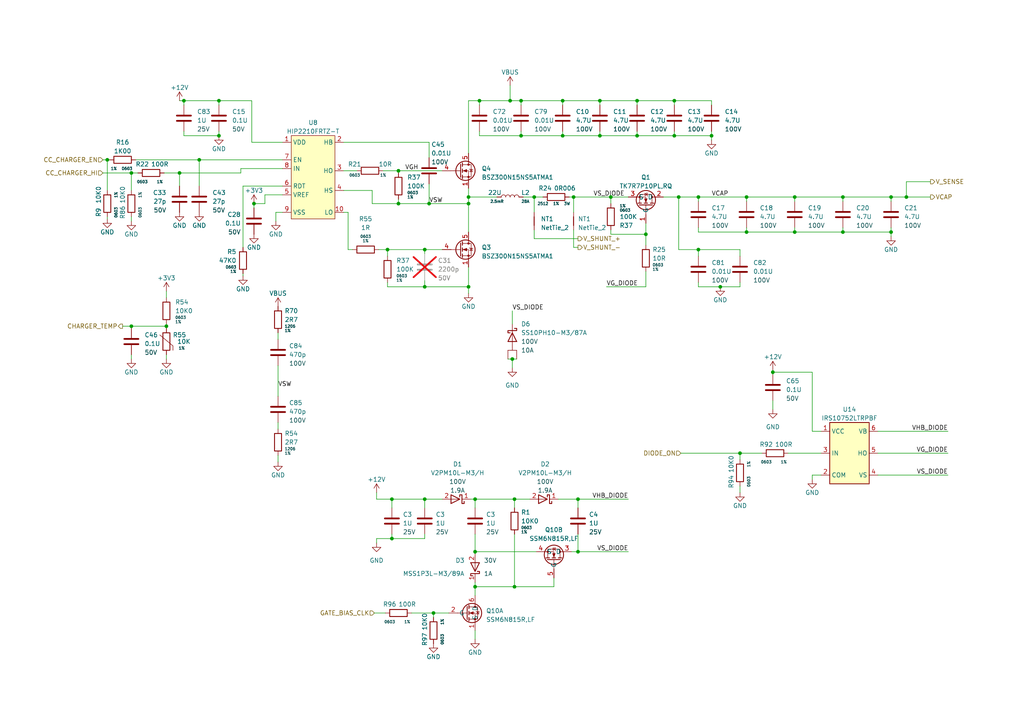
<source format=kicad_sch>
(kicad_sch (version 20230121) (generator eeschema)
  (paper "A4")
  (title_block (company "Rack Robotics, Inc.") (comment 1 "Engineering by DragonFly Power Systems") (comment 2 "Design by Rack Robotics, Inc."))
  (junction (at 167.64 144.78))
  (junction (at 177.165 57.15))
  (junction (at 151.13 29.21))
  (junction (at 163.195 39.37))
  (junction (at 195.58 29.21))
  (junction (at 173.99 29.21))
  (junction (at 214.63 131.445))
  (junction (at 163.195 29.21))
  (junction (at 31.115 46.355))
  (junction (at 244.475 57.15))
  (junction (at 137.795 144.78))
  (junction (at 184.785 29.21))
  (junction (at 135.89 57.15))
  (junction (at 73.66 59.055))
  (junction (at 63.5 29.21))
  (junction (at 167.64 160.02))
  (junction (at 139.065 29.21))
  (junction (at 195.58 39.37))
  (junction (at 149.225 144.78))
  (junction (at 154.94 57.15))
  (junction (at 258.445 67.31))
  (junction (at 52.07 50.165))
  (junction (at 196.85 57.15))
  (junction (at 38.1 94.615))
  (junction (at 57.785 46.355))
  (junction (at 147.955 29.21))
  (junction (at 262.89 57.15))
  (junction (at 48.26 94.615))
  (junction (at 38.1 50.165))
  (junction (at 53.34 29.21))
  (junction (at 206.375 39.37))
  (junction (at 184.785 39.37))
  (junction (at 124.46 59.055))
  (junction (at 187.325 67.945))
  (junction (at 216.535 67.31))
  (junction (at 123.19 83.185))
  (junction (at 202.565 72.39))
  (junction (at 115.57 59.055))
  (junction (at 115.57 49.53))
  (junction (at 230.505 57.15))
  (junction (at 137.795 160.02))
  (junction (at 137.795 170.18))
  (junction (at 123.19 72.39))
  (junction (at 125.73 177.8))
  (junction (at 63.5 39.37))
  (junction (at 230.505 67.31))
  (junction (at 208.915 83.185))
  (junction (at 166.37 57.15))
  (junction (at 113.665 144.78))
  (junction (at 224.155 107.95))
  (junction (at 151.13 39.37))
  (junction (at 216.535 57.15))
  (junction (at 149.225 170.18))
  (junction (at 173.99 39.37))
  (junction (at 112.395 72.39))
  (junction (at 244.475 67.31))
  (junction (at 135.89 59.055))
  (junction (at 123.19 144.78))
  (junction (at 135.89 83.185))
  (junction (at 258.445 57.15))
  (junction (at 202.565 57.15))
  (junction (at 113.665 156.21))
  (junction (at 148.59 104.14))
  (wire (pts (xy 244.475 66.04) (xy 244.475 67.31)))
  (wire (pts (xy 80.645 132.08) (xy 80.645 133.985)))
  (wire (pts (xy 202.565 57.15) (xy 202.565 58.42)))
  (wire (pts (xy 151.13 39.37) (xy 163.195 39.37)))
  (wire (pts (xy 151.13 29.21) (xy 151.13 30.48)))
  (wire (pts (xy 224.155 107.95) (xy 235.585 107.95)))
  (wire (pts (xy 258.445 57.15) (xy 262.89 57.15)))
  (wire (pts (xy 244.475 57.15) (xy 244.475 58.42)))
  (wire (pts (xy 254.635 125.095) (xy 274.955 125.095)))
  (wire (pts (xy 137.795 168.91) (xy 137.795 170.18)))
  (wire (pts (xy 100.965 61.595) (xy 100.965 72.39)))
  (wire (pts (xy 202.565 57.15) (xy 216.535 57.15)))
  (wire (pts (xy 31.115 46.355) (xy 31.75 46.355)))
  (wire (pts (xy 167.64 160.02) (xy 182.245 160.02)))
  (wire (pts (xy 139.065 29.21) (xy 139.065 30.48)))
  (wire (pts (xy 258.445 67.31) (xy 258.445 68.58)))
  (wire (pts (xy 196.85 72.39) (xy 202.565 72.39)))
  (wire (pts (xy 160.655 167.64) (xy 160.655 170.18)))
  (wire (pts (xy 80.645 122.555) (xy 80.645 124.46)))
  (wire (pts (xy 187.325 67.945) (xy 187.325 71.12)))
  (wire (pts (xy 149.225 144.78) (xy 149.225 147.32)))
  (wire (pts (xy 137.795 160.02) (xy 155.575 160.02)))
  (wire (pts (xy 262.89 52.705) (xy 262.89 57.15)))
  (wire (pts (xy 197.485 131.445) (xy 214.63 131.445)))
  (wire (pts (xy 137.795 154.94) (xy 137.795 160.02)))
  (wire (pts (xy 109.22 156.21) (xy 113.665 156.21)))
  (wire (pts (xy 69.85 48.895) (xy 69.85 50.165)))
  (wire (pts (xy 149.225 154.94) (xy 149.225 170.18)))
  (wire (pts (xy 166.37 57.15) (xy 166.37 61.595)))
  (wire (pts (xy 112.395 72.39) (xy 123.19 72.39)))
  (wire (pts (xy 123.19 72.39) (xy 128.27 72.39)))
  (wire (pts (xy 99.695 55.245) (xy 107.95 55.245)))
  (wire (pts (xy 73.025 41.275) (xy 81.915 41.275)))
  (wire (pts (xy 135.89 54.61) (xy 135.89 57.15)))
  (wire (pts (xy 206.375 38.1) (xy 206.375 39.37)))
  (wire (pts (xy 109.855 72.39) (xy 112.395 72.39)))
  (wire (pts (xy 135.89 83.185) (xy 135.89 85.09)))
  (wire (pts (xy 230.505 57.15) (xy 230.505 58.42)))
  (wire (pts (xy 81.915 53.975) (xy 70.485 53.975)))
  (wire (pts (xy 147.955 29.21) (xy 151.13 29.21)))
  (wire (pts (xy 195.58 29.21) (xy 206.375 29.21)))
  (wire (pts (xy 53.34 39.37) (xy 63.5 39.37)))
  (wire (pts (xy 163.195 29.21) (xy 163.195 30.48)))
  (wire (pts (xy 187.325 83.185) (xy 187.325 78.74)))
  (wire (pts (xy 80.645 96.52) (xy 80.645 98.425)))
  (wire (pts (xy 195.58 29.21) (xy 195.58 30.48)))
  (wire (pts (xy 230.505 66.04) (xy 230.505 67.31)))
  (wire (pts (xy 57.785 46.355) (xy 81.915 46.355)))
  (wire (pts (xy 163.195 38.1) (xy 163.195 39.37)))
  (wire (pts (xy 113.665 154.94) (xy 113.665 156.21)))
  (wire (pts (xy 216.535 57.15) (xy 230.505 57.15)))
  (wire (pts (xy 73.66 59.055) (xy 73.66 60.325)))
  (wire (pts (xy 113.665 156.21) (xy 123.19 156.21)))
  (wire (pts (xy 76.835 59.055) (xy 73.66 59.055)))
  (wire (pts (xy 107.95 59.055) (xy 115.57 59.055)))
  (wire (pts (xy 254.635 131.445) (xy 274.955 131.445)))
  (wire (pts (xy 148.59 104.14) (xy 149.86 104.14)))
  (wire (pts (xy 167.64 144.78) (xy 182.245 144.78)))
  (wire (pts (xy 160.655 170.18) (xy 149.225 170.18)))
  (wire (pts (xy 208.915 83.185) (xy 202.565 83.185)))
  (wire (pts (xy 184.785 38.1) (xy 184.785 39.37)))
  (wire (pts (xy 112.395 72.39) (xy 112.395 74.295)))
  (wire (pts (xy 216.535 67.31) (xy 230.505 67.31)))
  (wire (pts (xy 195.58 39.37) (xy 206.375 39.37)))
  (wire (pts (xy 154.94 69.215) (xy 167.64 69.215)))
  (wire (pts (xy 228.6 131.445) (xy 238.125 131.445)))
  (wire (pts (xy 149.225 170.18) (xy 137.795 170.18)))
  (wire (pts (xy 112.395 81.915) (xy 112.395 83.185)))
  (wire (pts (xy 70.485 53.975) (xy 70.485 71.755)))
  (wire (pts (xy 100.965 72.39) (xy 102.235 72.39)))
  (wire (pts (xy 177.165 57.15) (xy 182.245 57.15)))
  (wire (pts (xy 63.5 29.21) (xy 63.5 30.48)))
  (wire (pts (xy 38.1 102.87) (xy 38.1 104.14)))
  (wire (pts (xy 111.125 49.53) (xy 115.57 49.53)))
  (wire (pts (xy 123.19 83.185) (xy 135.89 83.185)))
  (wire (pts (xy 147.32 104.14) (xy 148.59 104.14)))
  (wire (pts (xy 80.01 61.595) (xy 81.915 61.595)))
  (wire (pts (xy 52.07 50.165) (xy 69.85 50.165)))
  (wire (pts (xy 135.89 59.055) (xy 135.89 67.31)))
  (wire (pts (xy 216.535 66.04) (xy 216.535 67.31)))
  (wire (pts (xy 196.85 57.15) (xy 202.565 57.15)))
  (wire (pts (xy 135.89 77.47) (xy 135.89 83.185)))
  (wire (pts (xy 57.785 46.355) (xy 57.785 53.975)))
  (wire (pts (xy 47.625 50.165) (xy 52.07 50.165)))
  (wire (pts (xy 151.13 38.1) (xy 151.13 39.37)))
  (wire (pts (xy 165.735 160.02) (xy 167.64 160.02)))
  (wire (pts (xy 113.665 144.78) (xy 123.19 144.78)))
  (wire (pts (xy 70.485 79.375) (xy 70.485 80.01)))
  (wire (pts (xy 81.915 56.515) (xy 76.835 56.515)))
  (wire (pts (xy 214.63 131.445) (xy 220.98 131.445)))
  (wire (pts (xy 80.01 61.595) (xy 80.01 64.135)))
  (wire (pts (xy 109.22 142.875) (xy 109.22 144.78)))
  (wire (pts (xy 112.395 83.185) (xy 123.19 83.185)))
  (wire (pts (xy 166.37 57.15) (xy 177.165 57.15)))
  (wire (pts (xy 81.915 48.895) (xy 69.85 48.895)))
  (wire (pts (xy 139.065 38.1) (xy 139.065 39.37)))
  (wire (pts (xy 48.26 102.87) (xy 48.26 104.14)))
  (wire (pts (xy 161.925 144.78) (xy 167.64 144.78)))
  (wire (pts (xy 137.795 160.02) (xy 137.795 160.655)))
  (wire (pts (xy 113.665 144.78) (xy 113.665 147.32)))
  (wire (pts (xy 39.37 46.355) (xy 57.785 46.355)))
  (wire (pts (xy 196.85 57.15) (xy 196.85 72.39)))
  (wire (pts (xy 202.565 74.295) (xy 202.565 72.39)))
  (wire (pts (xy 262.89 57.15) (xy 269.875 57.15)))
  (wire (pts (xy 147.955 24.765) (xy 147.955 29.21)))
  (wire (pts (xy 109.22 144.78) (xy 113.665 144.78)))
  (wire (pts (xy 202.565 81.915) (xy 202.565 83.185)))
  (wire (pts (xy 235.585 137.795) (xy 238.125 137.795)))
  (wire (pts (xy 125.73 177.8) (xy 130.175 177.8)))
  (wire (pts (xy 166.37 71.755) (xy 167.64 71.755)))
  (wire (pts (xy 262.89 52.705) (xy 269.875 52.705)))
  (wire (pts (xy 244.475 57.15) (xy 258.445 57.15)))
  (wire (pts (xy 177.165 59.055) (xy 177.165 57.15)))
  (wire (pts (xy 108.585 177.8) (xy 111.76 177.8)))
  (wire (pts (xy 123.19 154.94) (xy 123.19 156.21)))
  (wire (pts (xy 107.95 55.245) (xy 107.95 59.055)))
  (wire (pts (xy 109.22 156.21) (xy 109.22 157.48)))
  (wire (pts (xy 163.195 29.21) (xy 173.99 29.21)))
  (wire (pts (xy 165.1 57.15) (xy 166.37 57.15)))
  (wire (pts (xy 235.585 125.095) (xy 238.125 125.095)))
  (wire (pts (xy 52.07 29.21) (xy 53.34 29.21)))
  (wire (pts (xy 115.57 49.53) (xy 128.27 49.53)))
  (wire (pts (xy 148.59 104.14) (xy 148.59 106.68)))
  (wire (pts (xy 173.99 39.37) (xy 184.785 39.37)))
  (wire (pts (xy 151.13 29.21) (xy 163.195 29.21)))
  (wire (pts (xy 123.19 144.78) (xy 123.19 147.32)))
  (wire (pts (xy 35.56 94.615) (xy 38.1 94.615)))
  (wire (pts (xy 99.695 61.595) (xy 100.965 61.595)))
  (wire (pts (xy 184.785 39.37) (xy 195.58 39.37)))
  (wire (pts (xy 135.89 29.21) (xy 139.065 29.21)))
  (wire (pts (xy 136.525 144.78) (xy 137.795 144.78)))
  (wire (pts (xy 123.19 72.39) (xy 123.19 73.66)))
  (wire (pts (xy 167.64 160.02) (xy 167.64 154.94)))
  (wire (pts (xy 115.57 57.785) (xy 115.57 59.055)))
  (wire (pts (xy 173.99 29.21) (xy 184.785 29.21)))
  (wire (pts (xy 230.505 57.15) (xy 244.475 57.15)))
  (wire (pts (xy 135.89 29.21) (xy 135.89 44.45)))
  (wire (pts (xy 80.645 106.045) (xy 80.645 114.935)))
  (wire (pts (xy 99.695 49.53) (xy 103.505 49.53)))
  (wire (pts (xy 38.1 50.165) (xy 40.005 50.165)))
  (wire (pts (xy 149.225 144.78) (xy 153.67 144.78)))
  (wire (pts (xy 53.34 38.1) (xy 53.34 39.37)))
  (wire (pts (xy 52.07 50.165) (xy 52.07 53.975)))
  (wire (pts (xy 38.1 62.865) (xy 38.1 64.135)))
  (wire (pts (xy 258.445 66.04) (xy 258.445 67.31)))
  (wire (pts (xy 202.565 67.31) (xy 216.535 67.31)))
  (wire (pts (xy 224.155 107.95) (xy 224.155 108.585)))
  (wire (pts (xy 214.63 83.185) (xy 208.915 83.185)))
  (wire (pts (xy 73.025 29.21) (xy 73.025 41.275)))
  (wire (pts (xy 214.63 131.445) (xy 214.63 133.35)))
  (wire (pts (xy 214.63 81.915) (xy 214.63 83.185)))
  (wire (pts (xy 184.785 29.21) (xy 184.785 30.48)))
  (wire (pts (xy 235.585 137.795) (xy 235.585 139.065)))
  (wire (pts (xy 53.34 29.21) (xy 63.5 29.21)))
  (wire (pts (xy 163.195 39.37) (xy 173.99 39.37)))
  (wire (pts (xy 99.695 41.275) (xy 124.46 41.275)))
  (wire (pts (xy 224.155 107.315) (xy 224.155 107.95)))
  (wire (pts (xy 202.565 72.39) (xy 214.63 72.39)))
  (wire (pts (xy 216.535 57.15) (xy 216.535 58.42)))
  (wire (pts (xy 235.585 107.95) (xy 235.585 125.095)))
  (wire (pts (xy 124.46 59.055) (xy 135.89 59.055)))
  (wire (pts (xy 214.63 72.39) (xy 214.63 74.295)))
  (wire (pts (xy 195.58 38.1) (xy 195.58 39.37)))
  (wire (pts (xy 38.1 94.615) (xy 48.26 94.615)))
  (wire (pts (xy 119.38 177.8) (xy 125.73 177.8)))
  (wire (pts (xy 139.065 29.21) (xy 147.955 29.21)))
  (wire (pts (xy 230.505 67.31) (xy 244.475 67.31)))
  (wire (pts (xy 31.115 46.355) (xy 31.115 55.245)))
  (wire (pts (xy 139.065 39.37) (xy 151.13 39.37)))
  (wire (pts (xy 173.99 29.21) (xy 173.99 30.48)))
  (wire (pts (xy 154.94 57.15) (xy 154.94 61.595)))
  (wire (pts (xy 115.57 49.53) (xy 115.57 50.165)))
  (wire (pts (xy 38.1 95.25) (xy 38.1 94.615)))
  (wire (pts (xy 115.57 59.055) (xy 124.46 59.055)))
  (wire (pts (xy 175.895 83.185) (xy 187.325 83.185)))
  (wire (pts (xy 258.445 57.15) (xy 258.445 58.42)))
  (wire (pts (xy 224.155 116.205) (xy 224.155 118.745)))
  (wire (pts (xy 48.26 84.455) (xy 48.26 86.36)))
  (wire (pts (xy 76.835 56.515) (xy 76.835 59.055)))
  (wire (pts (xy 123.19 144.78) (xy 128.27 144.78)))
  (wire (pts (xy 31.115 62.865) (xy 31.115 63.5)))
  (wire (pts (xy 177.165 67.945) (xy 187.325 67.945)))
  (wire (pts (xy 244.475 67.31) (xy 258.445 67.31)))
  (wire (pts (xy 148.59 90.17) (xy 148.59 93.98)))
  (wire (pts (xy 135.89 57.15) (xy 144.145 57.15)))
  (wire (pts (xy 124.46 53.34) (xy 124.46 59.055)))
  (wire (pts (xy 166.37 66.675) (xy 166.37 71.755)))
  (wire (pts (xy 154.94 57.15) (xy 157.48 57.15)))
  (wire (pts (xy 63.5 29.21) (xy 73.025 29.21)))
  (wire (pts (xy 184.785 29.21) (xy 195.58 29.21)))
  (wire (pts (xy 124.46 41.275) (xy 124.46 45.72)))
  (wire (pts (xy 53.34 29.21) (xy 53.34 30.48)))
  (wire (pts (xy 29.845 46.355) (xy 31.115 46.355)))
  (wire (pts (xy 137.795 144.78) (xy 137.795 147.32)))
  (wire (pts (xy 123.19 81.28) (xy 123.19 83.185)))
  (wire (pts (xy 154.94 66.675) (xy 154.94 69.215)))
  (wire (pts (xy 202.565 66.04) (xy 202.565 67.31)))
  (wire (pts (xy 125.73 177.8) (xy 125.73 179.07)))
  (wire (pts (xy 48.26 93.98) (xy 48.26 94.615)))
  (wire (pts (xy 173.99 38.1) (xy 173.99 39.37)))
  (wire (pts (xy 137.795 182.88) (xy 137.795 185.42)))
  (wire (pts (xy 48.26 94.615) (xy 48.26 95.25)))
  (wire (pts (xy 137.795 170.18) (xy 137.795 172.72)))
  (wire (pts (xy 151.765 57.15) (xy 154.94 57.15)))
  (wire (pts (xy 38.1 50.165) (xy 38.1 55.245)))
  (wire (pts (xy 137.795 144.78) (xy 149.225 144.78)))
  (wire (pts (xy 167.64 144.78) (xy 167.64 147.32)))
  (wire (pts (xy 214.63 140.97) (xy 214.63 142.875)))
  (wire (pts (xy 177.165 67.945) (xy 177.165 66.675)))
  (wire (pts (xy 254.635 137.795) (xy 274.955 137.795)))
  (wire (pts (xy 187.325 64.77) (xy 187.325 67.945)))
  (wire (pts (xy 29.845 50.165) (xy 38.1 50.165)))
  (wire (pts (xy 192.405 57.15) (xy 196.85 57.15)))
  (wire (pts (xy 206.375 29.21) (xy 206.375 30.48)))
  (wire (pts (xy 135.89 57.15) (xy 135.89 59.055)))
  (wire (pts (xy 206.375 39.37) (xy 206.375 40.64)))
  (wire (pts (xy 63.5 38.1) (xy 63.5 39.37)))
  (label "VHB_DIODE" (at 274.955 125.095 180))
  (label "VS_DIODE" (at 172.085 57.15 0))
  (label "VSW" (at 124.46 59.055 0))
  (label "VHB_DIODE" (at 182.245 144.78 180))
  (label "VS_DIODE" (at 182.245 160.02 180))
  (label "VS_DIODE" (at 148.59 90.17 0))
  (label "VCAP" (at 206.375 57.15 0))
  (label "VS_DIODE" (at 274.955 137.795 180))
  (label "VGH" (at 117.475 49.53 0))
  (label "VSW" (at 80.645 112.395 0))
  (label "VG_DIODE" (at 274.955 131.445 180))
  (label "VG_DIODE" (at 175.895 83.185 0))
  (hierarchical_label "CHARGER_TEMP" (shape output) (at 35.56 94.615 180))
  (hierarchical_label "CC_CHARGER_HI" (shape input) (at 29.845 50.165 180))
  (hierarchical_label "V_SHUNT_-" (shape output) (at 167.64 71.755 0))
  (hierarchical_label "V_SENSE" (shape output) (at 269.875 52.705 0))
  (hierarchical_label "GATE_BIAS_CLK" (shape input) (at 108.585 177.8 180))
  (hierarchical_label "V_SHUNT_+" (shape output) (at 167.64 69.215 0))
  (hierarchical_label "DIODE_ON" (shape input) (at 197.485 131.445 180))
  (hierarchical_label "CC_CHARGER_EN" (shape input) (at 29.845 46.355 180))
  (hierarchical_label "VCAP" (shape output) (at 269.875 57.15 0))
  (symbol (lib_id "0603_RES:100R") (at 224.79 131.445 90) (unit 1)
    (property "Reference" "R92" (at 222.25 128.905 90))
    (property "Value" "100R" (at 227.33 128.905 90))
    (property "Footprint" "Resistor_SMD:R_0603_1608Metric" (effects hide))
    (property "Datasheet" "https://www.seielect.com/Catalog/SEI-RMCF_RMCP.pdf" (effects hide))
    (property "Package Size" "0603" (at 222.25 133.985 90) (effects (font (size 0.8 0.8))))
    (property "Tolerance" "1%" (at 227.33 133.985 90) (effects (font (size 0.8 0.8))))
    (property "Part Number" "RMCF0603FT100R" (effects hide))
    (property "Manufacturer" "Stackpole" (effects hide))
  )
  (symbol (lib_id "0603_CAP:1U_25V") (at 137.795 151.13 0) (unit 1)
    (property "Reference" "C3" (at 140.97 149.225 0) (effects (justify left)))
    (property "Value" "1U" (at 140.97 151.765 0) (effects (justify left)))
    (property "Footprint" "Capacitor_SMD:C_0603_1608Metric" (effects hide))
    (property "Datasheet" "https://media.digikey.com/pdf/Data%20Sheets/Samsung%20PDFs/CL10B104KB8NNWC_Spec.pdf" (effects hide))
    (property "Volage Rating" "25V" (at 140.97 154.305 0) (effects (justify left)))
    (property "Part Number" "CL10B105KA8NNNC" (effects hide))
    (property "Manufacturer" "Samsung" (effects hide))
    (instances (project "Gate_Bias" (path "" (reference "C3") (unit 1))) (project "POWERCORE-V2.0_MOTHERBOARD" (path "" (reference "C63") (unit 1))))
  )
  (symbol (lib_id "power:+12V") (at 52.07 29.21 0) (unit 1)
    (property "Reference" "#PWR02" (effects hide))
    (property "Value" "+12V" (at 52.07 25.4 0))
    (instances (project "POWERCORE-V2.0_MOTHERBOARD" (path "" (reference "#PWR02") (unit 1)) (path "" (reference "#PWR029") (unit 1))))
  )
  (symbol (lib_id "Gate Drivers:HIP2210FRTZ-T") (at 84.455 39.37 0) (unit 1)
    (property "Reference" "U8" (at 90.805 35.56 0))
    (property "Value" "HIP2210FRTZ-T" (at 90.805 38.1 0))
    (property "Footprint" "TDFN:TDFN-10_EP_2.6x3.0mm_P0.8mm" (effects hide))
    (property "Datasheet" "https://www.renesas.com/en/document/dst/hip2210-hip2211-datasheet?r=1320376" (effects hide))
    (property "Manufacturer" "Renesas" (effects hide))
    (property "Part Number" "HIP2210FRTZ-T" (effects hide))
  )
  (symbol (lib_id "SCHOTTKY_DIODES:V2PM10L-M3/H") (at 158.115 144.78 180) (unit 1)
    (property "Reference" "D2" (at 158.115 134.62 0))
    (property "Value" "V2PM10L-M3/H" (at 158.115 137.16 0))
    (property "Footprint" "DIODES:DO-220AA (SMP)" (effects hide))
    (property "Datasheet" "https://www.vishay.com/docs/87463/v2pm10l.pdf" (effects hide))
    (property "Manufacturer" "VISHAY" (effects hide))
    (property "Part Number" "V2PM10L-M3/H" (effects hide))
    (property "Voltage" "100V" (at 158.115 139.7 0))
    (property "Current" "1.9A" (at 158.115 142.24 0))
    (instances (project "Gate_Bias" (path "" (reference "D2") (unit 1))) (project "POWERCORE-V2.0_MOTHERBOARD" (path "" (reference "D4") (unit 1))))
  )
  (symbol (lib_id "1206_CAP:4.7U_100V") (at 258.445 62.23 0) (unit 1)
    (property "Reference" "C21" (at 262.255 60.325 0) (effects (justify left)))
    (property "Value" "4.7U" (at 262.255 62.865 0) (effects (justify left)))
    (property "Footprint" "Capacitor_SMD:C_1206_3216Metric" (effects hide))
    (property "Datasheet" "https://search.murata.co.jp/Ceramy/image/img/A01X/G101/ENG/GRM31CC72A475KE11-01A.pdf" (effects hide))
    (property "Dielectric" "X7S" (effects hide))
    (property "Voltage Rating" "100V" (at 262.255 65.405 0) (effects (justify left)))
    (property "Part Number" "GRM31CC72A475KE11L" (effects hide))
    (property "Manufacturer" "Murata" (effects hide))
  )
  (symbol (lib_id "POWER_FETs:BSZ300N15NS5ATMA1") (at 135.89 49.53 0) (unit 1)
    (property "Reference" "Q4" (at 139.7 48.895 0) (effects (justify left)))
    (property "Value" "BSZ300N15NS5ATMA1" (at 139.7 51.435 0) (effects (justify left)))
    (property "Footprint" "DFN_QFN:INFINEON_TSDSON-8-25" (effects hide))
    (property "Datasheet" "https://www.infineon.com/dgdl/Infineon-BSZ300N15NS5-DS-v02_01-EN.pdf?fileId=5546d462617643590161992b1642177e" (effects hide))
    (property "Manufacturer" "INFINEON" (effects hide))
    (property "Part Number" "BSZ300N15NS5ATMA1" (effects hide))
  )
  (symbol (lib_id "power:GND") (at 52.07 61.595 0) (unit 1)
    (property "Reference" "#PWR0138" (effects hide))
    (property "Value" "GND" (at 52.07 65.405 0))
  )
  (symbol (lib_id "0603_CAP:0.01U_100V") (at 139.065 34.29 0) (unit 1)
    (property "Reference" "C72" (at 142.875 32.385 0) (effects (justify left)))
    (property "Value" "0.01U" (at 142.875 34.925 0) (effects (justify left)))
    (property "Footprint" "Capacitor_SMD:C_0603_1608Metric" (effects hide))
    (property "Datasheet" "https://media.digikey.com/pdf/Data%20Sheets/Samsung%20PDFs/CL10B104KB8NNWC_Spec.pdf" (effects hide))
    (property "Volage Rating" "100V" (at 142.875 37.465 0) (effects (justify left)))
    (property "Part Number" "CL10B103KC8NNNC" (effects hide))
    (property "Manufacturer" "Samsung" (effects hide))
  )
  (symbol (lib_id "1206_CAP:4.7U_100V") (at 206.375 34.29 0) (unit 1)
    (property "Reference" "C14" (at 210.185 32.385 0) (effects (justify left)))
    (property "Value" "4.7U" (at 210.185 34.925 0) (effects (justify left)))
    (property "Footprint" "Capacitor_SMD:C_1206_3216Metric" (effects hide))
    (property "Datasheet" "https://search.murata.co.jp/Ceramy/image/img/A01X/G101/ENG/GRM31CC72A475KE11-01A.pdf" (effects hide))
    (property "Dielectric" "X7S" (effects hide))
    (property "Voltage Rating" "100V" (at 210.185 37.465 0) (effects (justify left)))
    (property "Part Number" "GRM31CC72A475KE11L" (effects hide))
    (property "Manufacturer" "Murata" (effects hide))
  )
  (symbol (lib_id "0603_RES:10K0") (at 149.225 151.13 0) (unit 1)
    (property "Reference" "R1" (at 151.13 148.59 0) (effects (justify left)))
    (property "Value" "10K0" (at 151.13 151.13 0) (effects (justify left)))
    (property "Footprint" "Resistor_SMD:R_0603_1608Metric" (effects hide))
    (property "Datasheet" "https://www.seielect.com/Catalog/SEI-RMCF_RMCP.pdf" (effects hide))
    (property "Package Size" "0603" (at 151.13 153.035 0) (effects (font (size 0.8 0.8)) (justify left)))
    (property "Tolerance" "1%" (at 151.13 154.305 0) (effects (font (size 0.8 0.8)) (justify left)))
    (property "Part Number" "RMCF0603FT10K0" (effects hide))
    (property "Manufacturer" "Stackpole" (effects hide))
    (instances (project "Gate_Bias" (path "" (reference "R1") (unit 1))) (project "POWERCORE-V2.0_MOTHERBOARD" (path "" (reference "R90") (unit 1))))
  )
  (symbol (lib_id "0603_RES:100k") (at 115.57 53.975 0) (unit 1)
    (property "Reference" "R37" (at 118.11 51.435 0) (effects (justify left)))
    (property "Value" "100K" (at 118.11 53.975 0) (effects (justify left)))
    (property "Footprint" "Resistor_SMD:R_0603_1608Metric" (effects hide))
    (property "Datasheet" "https://www.seielect.com/Catalog/SEI-RMCF_RMCP.pdf" (effects hide))
    (property "Package Size" "0603" (at 118.11 55.88 0) (effects (font (size 0.8 0.8)) (justify left)))
    (property "Tolerance" "1%" (at 118.11 57.15 0) (effects (font (size 0.8 0.8)) (justify left)))
    (property "Part Number" "RMCF0603FT100K" (effects hide))
    (property "Manufacturer" "Stackpole" (effects hide))
    (instances (project "POWERCORE-V2.0_MOTHERBOARD" (path "" (reference "R37") (unit 1)) (path "" (reference "R51") (unit 1)) (path "" (reference "R23") (unit 1))))
  )
  (symbol (lib_id "Device:NetTie_2") (at 154.94 64.135 270) (unit 1) (in_bom no)
    (property "Reference" "NT1" (at 156.845 63.5 90) (effects (justify left)))
    (property "Value" "NetTie_2" (at 156.845 66.04 90) (effects (justify left)))
    (property "Footprint" "NET_TIES:NET_TIE_SMD_10mil" (effects hide))
    (instances (project "POWERCORE-V2.0_MOTHERBOARD" (path "" (reference "NT1") (unit 1)) (path "" (reference "NT5") (unit 1))))
  )
  (symbol (lib_id "power:+12V") (at 109.22 142.875 0) (unit 1)
    (property "Reference" "#PWR01" (effects hide))
    (property "Value" "+12V" (at 109.22 139.065 0))
    (instances (project "Gate_Bias" (path "" (reference "#PWR01") (unit 1))) (project "POWERCORE-V2.0_MOTHERBOARD" (path "" (reference "#PWR032") (unit 1))))
  )
  (symbol (lib_id "power:GND") (at 63.5 39.37 0) (unit 1)
    (property "Reference" "#PWR01" (effects hide))
    (property "Value" "GND" (at 63.5 43.18 0))
    (instances (project "POWERCORE-V2.0_MOTHERBOARD" (path "" (reference "#PWR01") (unit 1)) (path "" (reference "#PWR031") (unit 1))))
  )
  (symbol (lib_id "power:+12V") (at 224.155 107.315 0) (unit 1)
    (property "Reference" "#PWR02" (effects hide))
    (property "Value" "+12V" (at 224.155 103.505 0))
    (instances (project "POWERCORE-V2.0_MOTHERBOARD" (path "" (reference "#PWR02") (unit 1)) (path "" (reference "#PWR0115") (unit 1))))
  )
  (symbol (lib_id "power:GND") (at 258.445 68.58 0) (unit 1)
    (property "Reference" "#PWR034" (effects hide))
    (property "Value" "GND" (at 258.445 72.39 0))
  )
  (symbol (lib_id "0603_RES:100k") (at 177.165 62.865 0) (mirror x) (unit 1)
    (property "Reference" "R37" (at 179.705 65.405 0) (effects (justify left)))
    (property "Value" "100K" (at 179.705 62.865 0) (effects (justify left)))
    (property "Footprint" "Resistor_SMD:R_0603_1608Metric" (effects hide))
    (property "Datasheet" "https://www.seielect.com/Catalog/SEI-RMCF_RMCP.pdf" (effects hide))
    (property "Package Size" "0603" (at 179.705 60.96 0) (effects (font (size 0.8 0.8)) (justify left)))
    (property "Tolerance" "1%" (at 179.705 59.69 0) (effects (font (size 0.8 0.8)) (justify left)))
    (property "Part Number" "RMCF0603FT100K" (effects hide))
    (property "Manufacturer" "Stackpole" (effects hide))
    (instances (project "POWERCORE-V2.0_MOTHERBOARD" (path "" (reference "R37") (unit 1)) (path "" (reference "R51") (unit 1)) (path "" (reference "R89") (unit 1))))
  )
  (symbol (lib_id "power:GND") (at 125.73 186.69 0) (unit 1)
    (property "Reference" "#PWR02" (effects hide))
    (property "Value" "GND" (at 125.73 190.5 0))
    (instances (project "Gate_Bias" (path "" (reference "#PWR02") (unit 1))) (project "POWERCORE-V2.0_MOTHERBOARD" (path "" (reference "#PWR0129") (unit 1))))
  )
  (symbol (lib_id "0603_RES:10K0") (at 31.115 59.055 180) (unit 1)
    (property "Reference" "R9" (at 28.575 61.595 90))
    (property "Value" "10K0" (at 28.575 56.515 90))
    (property "Footprint" "Resistor_SMD:R_0603_1608Metric" (effects hide))
    (property "Datasheet" "https://www.seielect.com/Catalog/SEI-RMCF_RMCP.pdf" (effects hide))
    (property "Package Size" "0603" (at 33.655 61.595 90) (effects (font (size 0.8 0.8))))
    (property "Tolerance" "1%" (at 33.655 56.515 90) (effects (font (size 0.8 0.8))))
    (property "Part Number" "RMCF0603FT10K0" (effects hide))
    (property "Manufacturer" "Stackpole" (effects hide))
  )
  (symbol (lib_id "0603_CAP:1U_25V") (at 123.19 151.13 0) (unit 1)
    (property "Reference" "C3" (at 126.365 149.225 0) (effects (justify left)))
    (property "Value" "1U" (at 126.365 151.765 0) (effects (justify left)))
    (property "Footprint" "Capacitor_SMD:C_0603_1608Metric" (effects hide))
    (property "Datasheet" "https://media.digikey.com/pdf/Data%20Sheets/Samsung%20PDFs/CL10B104KB8NNWC_Spec.pdf" (effects hide))
    (property "Volage Rating" "25V" (at 126.365 154.305 0) (effects (justify left)))
    (property "Part Number" "CL10B105KA8NNNC" (effects hide))
    (property "Manufacturer" "Samsung" (effects hide))
    (instances (project "Gate_Bias" (path "" (reference "C3") (unit 1))) (project "POWERCORE-V2.0_MOTHERBOARD" (path "" (reference "C26") (unit 1))))
  )
  (symbol (lib_id "0603_RES:100k") (at 112.395 78.105 0) (unit 1)
    (property "Reference" "R37" (at 114.935 75.565 0) (effects (justify left)))
    (property "Value" "100K" (at 114.935 78.105 0) (effects (justify left)))
    (property "Footprint" "Resistor_SMD:R_0603_1608Metric" (effects hide))
    (property "Datasheet" "https://www.seielect.com/Catalog/SEI-RMCF_RMCP.pdf" (effects hide))
    (property "Package Size" "0603" (at 114.935 80.01 0) (effects (font (size 0.8 0.8)) (justify left)))
    (property "Tolerance" "1%" (at 114.935 81.28 0) (effects (font (size 0.8 0.8)) (justify left)))
    (property "Part Number" "RMCF0603FT100K" (effects hide))
    (property "Manufacturer" "Stackpole" (effects hide))
    (instances (project "POWERCORE-V2.0_MOTHERBOARD" (path "" (reference "R37") (unit 1)) (path "" (reference "R51") (unit 1)) (path "" (reference "R88") (unit 1))))
  )
  (symbol (lib_id "power:GND") (at 70.485 80.01 0) (unit 1)
    (property "Reference" "#PWR058" (effects hide))
    (property "Value" "GND" (at 70.485 83.82 0))
  )
  (symbol (lib_id "0603_CAP:0.1U_50V") (at 73.66 64.135 0) (mirror y) (unit 1)
    (property "Reference" "C28" (at 69.85 62.23 0) (effects (justify left)))
    (property "Value" "0.1U" (at 69.85 64.77 0) (effects (justify left)))
    (property "Footprint" "Capacitor_SMD:C_0603_1608Metric" (effects hide))
    (property "Datasheet" "https://media.digikey.com/pdf/Data%20Sheets/Samsung%20PDFs/CL10B104KB8NNWC_Spec.pdf" (effects hide))
    (property "Volage Rating" "50V" (at 69.85 67.31 0) (effects (justify left)))
    (property "Part Number" "CL10B104KB8NNWC" (effects hide))
    (property "Manufacturer" "Samsung" (effects hide))
  )
  (symbol (lib_id "1206_CAP:4.7U_100V") (at 163.195 34.29 0) (unit 1)
    (property "Reference" "C10" (at 167.005 32.385 0) (effects (justify left)))
    (property "Value" "4.7U" (at 167.005 34.925 0) (effects (justify left)))
    (property "Footprint" "Capacitor_SMD:C_1206_3216Metric" (effects hide))
    (property "Datasheet" "https://search.murata.co.jp/Ceramy/image/img/A01X/G101/ENG/GRM31CC72A475KE11-01A.pdf" (effects hide))
    (property "Dielectric" "X7S" (effects hide))
    (property "Voltage Rating" "100V" (at 167.005 37.465 0) (effects (justify left)))
    (property "Part Number" "GRM31CC72A475KE11L" (effects hide))
    (property "Manufacturer" "Murata" (effects hide))
  )
  (symbol (lib_id "0603_CAP:0.01U_100V") (at 202.565 78.105 0) (unit 1)
    (property "Reference" "C81" (at 206.375 76.2 0) (effects (justify left)))
    (property "Value" "0.01U" (at 206.375 78.74 0) (effects (justify left)))
    (property "Footprint" "Capacitor_SMD:C_0603_1608Metric" (effects hide))
    (property "Datasheet" "https://media.digikey.com/pdf/Data%20Sheets/Samsung%20PDFs/CL10B104KB8NNWC_Spec.pdf" (effects hide))
    (property "Volage Rating" "100V" (at 206.375 81.28 0) (effects (justify left)))
    (property "Part Number" "CL10B103KC8NNNC" (effects hide))
    (property "Manufacturer" "Samsung" (effects hide))
  )
  (symbol (lib_id "power:GND") (at 48.26 104.14 0) (unit 1)
    (property "Reference" "#PWR071" (effects hide))
    (property "Value" "GND" (at 48.26 107.95 0))
    (instances (project "POWERCORE-V2.0_MOTHERBOARD" (path "" (reference "#PWR071") (unit 1)) (path "" (reference "#PWR068") (unit 1))))
  )
  (symbol (lib_id "1206_CAP:4.7U_100V") (at 195.58 34.29 0) (unit 1)
    (property "Reference" "C13" (at 199.39 32.385 0) (effects (justify left)))
    (property "Value" "4.7U" (at 199.39 34.925 0) (effects (justify left)))
    (property "Footprint" "Capacitor_SMD:C_1206_3216Metric" (effects hide))
    (property "Datasheet" "https://search.murata.co.jp/Ceramy/image/img/A01X/G101/ENG/GRM31CC72A475KE11-01A.pdf" (effects hide))
    (property "Dielectric" "X7S" (effects hide))
    (property "Voltage Rating" "100V" (at 199.39 37.465 0) (effects (justify left)))
    (property "Part Number" "GRM31CC72A475KE11L" (effects hide))
    (property "Manufacturer" "Murata" (effects hide))
  )
  (symbol (lib_id "power:GND") (at 80.645 133.985 0) (unit 1)
    (property "Reference" "#PWR065" (effects hide))
    (property "Value" "GND" (at 80.645 137.795 0))
  )
  (symbol (lib_id "power:GND") (at 31.115 63.5 0) (unit 1)
    (property "Reference" "#PWR094" (effects hide))
    (property "Value" "GND" (at 31.115 67.31 0))
  )
  (symbol (lib_id "0603_CAP:27P_50V") (at 57.785 57.785 0) (mirror y) (unit 1)
    (property "Reference" "C43" (at 61.595 55.88 0) (effects (justify right)))
    (property "Value" "27p" (at 61.595 58.42 0) (effects (justify right)))
    (property "Footprint" "Capacitor_SMD:C_0603_1608Metric" (effects hide))
    (property "Datasheet" "https://www.yageo.com/upload/media/product/productsearch/datasheet/mlcc/UPY-GP_NP0_16V-to-50V_18.pdf" (effects hide))
    (property "Volage Rating" "50V" (at 61.595 60.96 0) (effects (justify right)))
    (property "Part Number" "CC0603JRNPO9BN270" (effects hide))
    (property "Manufacturer" "Yageo" (effects hide))
  )
  (symbol (lib_id "0603_RES:47K0") (at 70.485 75.565 0) (unit 1)
    (property "Reference" "R5" (at 68.58 73.025 0) (effects (justify right)))
    (property "Value" "47K0" (at 68.58 75.565 0) (effects (justify right)))
    (property "Footprint" "Resistor_SMD:R_0603_1608Metric" (effects hide))
    (property "Datasheet" "https://www.seielect.com/Catalog/SEI-RMCF_RMCP.pdf" (effects hide))
    (property "Package Size" "0603" (at 68.58 77.47 0) (effects (font (size 0.8 0.8)) (justify right)))
    (property "Tolerance" "1%" (at 68.58 78.74 0) (effects (font (size 0.8 0.8)) (justify right)))
    (property "Part Number" "RMCF0603FT47K0" (effects hide))
    (property "Manufacturer" "Stackpole" (effects hide))
  )
  (symbol (lib_id "Gate Drivers:IRS10752LTRPBF") (at 240.665 122.555 0) (unit 1)
    (property "Reference" "U14" (at 246.38 118.745 0))
    (property "Value" "IRS10752LTRPBF" (at 246.38 121.285 0))
    (property "Footprint" "Package_TO_SOT_SMD:SOT-23-6" (effects hide))
    (property "Datasheet" "https://www.infineon.com/dgdl/irs10752lpbf.pdf?fileId=5546d462533600a40153567308ca276d" (effects hide))
    (property "Part Number" "IRS10752LTRPBF" (effects hide))
    (property "Manufacturer" "Infineon" (effects hide))
  )
  (symbol (lib_id "power:GND") (at 148.59 106.68 0) (unit 1)
    (property "Reference" "#PWR02" (effects hide))
    (property "Value" "GND" (at 148.59 111.76 0))
    (instances (project "Gate_Bias" (path "" (reference "#PWR02") (unit 1))) (project "POWERCORE-V2.0_MOTHERBOARD" (path "" (reference "#PWR0130") (unit 1))))
  )
  (symbol (lib_id "power:GND") (at 73.66 67.945 0) (unit 1)
    (property "Reference" "#PWR0137" (effects hide))
    (property "Value" "GND" (at 73.66 71.755 0))
  )
  (symbol (lib_id "1206_CAP:4.7U_100V") (at 202.565 62.23 0) (unit 1)
    (property "Reference" "C17" (at 206.375 60.325 0) (effects (justify left)))
    (property "Value" "4.7U" (at 206.375 62.865 0) (effects (justify left)))
    (property "Footprint" "Capacitor_SMD:C_1206_3216Metric" (effects hide))
    (property "Datasheet" "https://search.murata.co.jp/Ceramy/image/img/A01X/G101/ENG/GRM31CC72A475KE11-01A.pdf" (effects hide))
    (property "Dielectric" "X7S" (effects hide))
    (property "Voltage Rating" "100V" (at 206.375 65.405 0) (effects (justify left)))
    (property "Part Number" "GRM31CC72A475KE11L" (effects hide))
    (property "Manufacturer" "Murata" (effects hide))
  )
  (symbol (lib_id "1206_CAP:4.7U_100V") (at 184.785 34.29 0) (unit 1)
    (property "Reference" "C12" (at 188.595 32.385 0) (effects (justify left)))
    (property "Value" "4.7U" (at 188.595 34.925 0) (effects (justify left)))
    (property "Footprint" "Capacitor_SMD:C_1206_3216Metric" (effects hide))
    (property "Datasheet" "https://search.murata.co.jp/Ceramy/image/img/A01X/G101/ENG/GRM31CC72A475KE11-01A.pdf" (effects hide))
    (property "Dielectric" "X7S" (effects hide))
    (property "Voltage Rating" "100V" (at 188.595 37.465 0) (effects (justify left)))
    (property "Part Number" "GRM31CC72A475KE11L" (effects hide))
    (property "Manufacturer" "Murata" (effects hide))
  )
  (symbol (lib_id "0603_CAP:27P_50V") (at 52.07 57.785 0) (unit 1)
    (property "Reference" "C33" (at 48.26 55.88 0) (effects (justify right)))
    (property "Value" "27p" (at 48.26 58.42 0) (effects (justify right)))
    (property "Footprint" "Capacitor_SMD:C_0603_1608Metric" (effects hide))
    (property "Datasheet" "https://www.yageo.com/upload/media/product/productsearch/datasheet/mlcc/UPY-GP_NP0_16V-to-50V_18.pdf" (effects hide))
    (property "Volage Rating" "50V" (at 48.26 60.96 0) (effects (justify right)))
    (property "Part Number" "CC0603JRNPO9BN270" (effects hide))
    (property "Manufacturer" "Yageo" (effects hide))
  )
  (symbol (lib_id "power:GND") (at 224.155 118.745 0) (unit 1)
    (property "Reference" "#PWR01" (effects hide))
    (property "Value" "GND" (at 224.155 123.825 0))
    (instances (project "POWERCORE-V2.0_MOTHERBOARD" (path "" (reference "#PWR01") (unit 1)) (path "" (reference "#PWR0116") (unit 1))))
  )
  (symbol (lib_id "0603_CAP:470P_100V") (at 80.645 118.745 0) (unit 1)
    (property "Reference" "C85" (at 83.82 116.84 0) (effects (justify left)))
    (property "Value" "470p" (at 83.82 119.38 0) (effects (justify left)))
    (property "Footprint" "Capacitor_SMD:C_0603_1608Metric" (effects hide))
    (property "Datasheet" "https://connect.kemet.com:7667/gateway/IntelliData-ComponentDocumentation/1.0/download/datasheet/C0603C471J1GACTU" (effects hide))
    (property "Volage Rating" "100V" (at 83.82 121.92 0) (effects (justify left)))
    (property "Part Number" "C0603C471J1GAC7867" (effects hide))
    (property "Manufacturer" "KEMET" (effects hide))
  )
  (symbol (lib_id "0603_RES:10R") (at 187.325 74.93 0) (unit 1)
    (property "Reference" "R25" (at 189.23 72.39 0) (effects (justify left)))
    (property "Value" "10R" (at 189.23 74.93 0) (effects (justify left)))
    (property "Footprint" "Resistor_SMD:R_0603_1608Metric" (effects hide))
    (property "Datasheet" "https://www.seielect.com/Catalog/SEI-RMCF_RMCP.pdf" (effects hide))
    (property "Package Size" "0603" (at 189.23 76.835 0) (effects (font (size 0.8 0.8)) (justify left)))
    (property "Tolerance" "1%" (at 189.23 78.105 0) (effects (font (size 0.8 0.8)) (justify left)))
    (property "Part Number" "RMCF0603FT10R0" (effects hide))
    (property "Manufacturer" "Stackpole" (effects hide))
  )
  (symbol (lib_id "power:+3V3") (at 73.66 59.055 0) (mirror y) (unit 1)
    (property "Reference" "#PWR066" (effects hide))
    (property "Value" "+3V3" (at 73.66 55.245 0))
    (instances (project "POWERCORE-V2.0_MOTHERBOARD" (path "" (reference "#PWR066") (unit 1)) (path "" (reference "#PWR063") (unit 1))))
  )
  (symbol (lib_id "0603_CAP:2200P_50V") (at 123.19 77.47 0) (unit 1) (dnp yes)
    (property "Reference" "C31" (at 127 75.565 0) (effects (justify left)))
    (property "Value" "2200p" (at 127 78.105 0) (effects (justify left)))
    (property "Footprint" "Capacitor_SMD:C_0603_1608Metric" (effects hide))
    (property "Datasheet" "https://media.digikey.com/pdf/Data%20Sheets/Samsung%20PDFs/CL10B104KB8NNWC_Spec.pdf" (effects hide))
    (property "Volage Rating" "50V" (at 127 80.645 0) (effects (justify left)))
    (property "Part Number" "CL10B222KB8NNNC" (effects hide))
    (property "Manufacturer" "Samsung" (effects hide))
    (instances (project "POWERCORE-V2.0_MOTHERBOARD" (path "" (reference "C31") (unit 1)) (path "" (reference "C80") (unit 1))))
  )
  (symbol (lib_id "0603_CAP:1U_25V") (at 167.64 151.13 0) (unit 1)
    (property "Reference" "C4" (at 170.815 149.225 0) (effects (justify left)))
    (property "Value" "1U" (at 170.815 151.765 0) (effects (justify left)))
    (property "Footprint" "Capacitor_SMD:C_0603_1608Metric" (effects hide))
    (property "Datasheet" "https://media.digikey.com/pdf/Data%20Sheets/Samsung%20PDFs/CL10B104KB8NNWC_Spec.pdf" (effects hide))
    (property "Volage Rating" "25V" (at 170.815 154.305 0) (effects (justify left)))
    (property "Part Number" "CL10B105KA8NNNC" (effects hide))
    (property "Manufacturer" "Samsung" (effects hide))
    (instances (project "Gate_Bias" (path "" (reference "C4") (unit 1))) (project "POWERCORE-V2.0_MOTHERBOARD" (path "" (reference "C64") (unit 1))))
  )
  (symbol (lib_id "power:GND") (at 57.785 61.595 0) (unit 1)
    (property "Reference" "#PWR0139" (effects hide))
    (property "Value" "GND" (at 57.785 65.405 0))
  )
  (symbol (lib_id "power:GND") (at 235.585 139.065 0) (unit 1)
    (property "Reference" "#PWR0117" (effects hide))
    (property "Value" "GND" (at 235.585 142.875 0))
  )
  (symbol (lib_id "SCHOTTKY_DIODES:MSS1P3L-M3/89A") (at 137.795 165.1 90) (unit 1)
    (property "Reference" "D3" (at 132.08 162.56 90) (effects (justify right)))
    (property "Value" "MSS1P3L-M3/89A" (at 116.84 166.37 90) (effects (justify right)))
    (property "Footprint" "DIODES:D_MicroSMP_AK" (effects hide))
    (property "Datasheet" "https://www.vishay.com/docs/89020/mss1p3l.pdf" (effects hide))
    (property "Manufacturer" "VISHAY" (effects hide))
    (property "Part Number" "MSS1P3L-M3/89A" (effects hide))
    (property "Voltage" "30V" (at 140.335 162.56 90) (effects (justify right)))
    (property "Current" "1A" (at 140.335 166.37 90) (effects (justify right)))
    (instances (project "Gate_Bias" (path "" (reference "D3") (unit 1))) (project "POWERCORE-V2.0_MOTHERBOARD" (path "" (reference "D5") (unit 1))))
  )
  (symbol (lib_id "1206_RES:2R7, 0.75W") (at 80.645 92.71 0) (unit 1)
    (property "Reference" "R70" (at 82.55 90.17 0) (effects (justify left)))
    (property "Value" "2R7" (at 82.55 92.71 0) (effects (justify left)))
    (property "Footprint" "Resistor_SMD:R_1206_3216Metric" (effects hide))
    (property "Datasheet" "https://www.vishay.com/docs/20043/crcwhpe3.pdf" (effects hide))
    (property "Package Size" "1206" (at 82.55 94.615 0) (effects (font (size 0.8 0.8)) (justify left)))
    (property "Tolerance" "1%" (at 82.55 95.885 0) (effects (font (size 0.8 0.8)) (justify left)))
    (property "Part Number" "CRCW12062R70JNEAHP" (effects hide))
    (property "Manufacturer" "Vishay Dale" (effects hide))
  )
  (symbol (lib_id "0603_RES:100R") (at 43.815 50.165 90) (unit 1)
    (property "Reference" "R22" (at 41.275 47.625 90))
    (property "Value" "100R" (at 46.355 47.625 90))
    (property "Footprint" "Resistor_SMD:R_0603_1608Metric" (effects hide))
    (property "Datasheet" "https://www.seielect.com/Catalog/SEI-RMCF_RMCP.pdf" (effects hide))
    (property "Package Size" "0603" (at 41.275 52.705 90) (effects (font (size 0.8 0.8))))
    (property "Tolerance" "1%" (at 46.355 52.705 90) (effects (font (size 0.8 0.8))))
    (property "Part Number" "RMCF0603FT100R" (effects hide))
    (property "Manufacturer" "Stackpole" (effects hide))
  )
  (symbol (lib_id "0603_RES:10R") (at 107.315 49.53 90) (unit 1)
    (property "Reference" "R21" (at 102.87 47.625 90))
    (property "Value" "10R" (at 111.76 47.625 90))
    (property "Footprint" "Resistor_SMD:R_0603_1608Metric" (effects hide))
    (property "Datasheet" "https://www.seielect.com/Catalog/SEI-RMCF_RMCP.pdf" (effects hide))
    (property "Package Size" "0603" (at 102.87 50.8 90) (effects (font (size 0.8 0.8))))
    (property "Tolerance" "1%" (at 111.125 50.8 90) (effects (font (size 0.8 0.8))))
    (property "Part Number" "RMCF0603FT10R0" (effects hide))
    (property "Manufacturer" "Stackpole" (effects hide))
  )
  (symbol (lib_id "1206_RES:2R7, 0.75W") (at 80.645 128.27 0) (unit 1)
    (property "Reference" "R54" (at 82.55 125.73 0) (effects (justify left)))
    (property "Value" "2R7" (at 82.55 128.27 0) (effects (justify left)))
    (property "Footprint" "Resistor_SMD:R_1206_3216Metric" (effects hide))
    (property "Datasheet" "https://www.vishay.com/docs/20043/crcwhpe3.pdf" (effects hide))
    (property "Package Size" "1206" (at 82.55 130.175 0) (effects (font (size 0.8 0.8)) (justify left)))
    (property "Tolerance" "1%" (at 82.55 131.445 0) (effects (font (size 0.8 0.8)) (justify left)))
    (property "Part Number" "CRCW12062R70JNEAHP" (effects hide))
    (property "Manufacturer" "Vishay Dale" (effects hide))
  )
  (symbol (lib_id "0603_RES:10K0") (at 38.1 59.055 180) (unit 1)
    (property "Reference" "R86" (at 35.56 61.595 90))
    (property "Value" "10K0" (at 35.56 56.515 90))
    (property "Footprint" "Resistor_SMD:R_0603_1608Metric" (effects hide))
    (property "Datasheet" "https://www.seielect.com/Catalog/SEI-RMCF_RMCP.pdf" (effects hide))
    (property "Package Size" "0603" (at 40.64 61.595 90) (effects (font (size 0.8 0.8))))
    (property "Tolerance" "1%" (at 40.64 56.515 90) (effects (font (size 0.8 0.8))))
    (property "Part Number" "RMCF0603FT10K0" (effects hide))
    (property "Manufacturer" "Stackpole" (effects hide))
  )
  (symbol (lib_id "POWER_RESISTOR:0R006_2512_3W") (at 161.29 57.15 90) (unit 1)
    (property "Reference" "R24" (at 158.115 54.61 90))
    (property "Value" "0R006" (at 163.83 54.61 90))
    (property "Footprint" "SMD_RESISTORS:CRE_2512_High_ohm" (effects hide))
    (property "Datasheet" "https://www.bourns.com/docs/product-datasheets/cre.pdf" (effects hide))
    (property "Package Size" "2512" (at 157.48 59.055 90) (effects (font (size 0.8 0.8))))
    (property "Tolerance" "1%" (at 161.29 59.055 90) (effects (font (size 0.8 0.8))))
    (property "Part Number" "CRE2512-FZ-R006E-3" (effects hide))
    (property "Power Rating" "3W" (at 164.465 59.055 90) (effects (font (size 0.8 0.8))))
    (property "Manufacturer" "Bourns" (effects hide))
  )
  (symbol (lib_id "1206_CAP:4.7U_100V") (at 244.475 62.23 0) (unit 1)
    (property "Reference" "C20" (at 248.285 60.325 0) (effects (justify left)))
    (property "Value" "4.7U" (at 248.285 62.865 0) (effects (justify left)))
    (property "Footprint" "Capacitor_SMD:C_1206_3216Metric" (effects hide))
    (property "Datasheet" "https://search.murata.co.jp/Ceramy/image/img/A01X/G101/ENG/GRM31CC72A475KE11-01A.pdf" (effects hide))
    (property "Dielectric" "X7S" (effects hide))
    (property "Voltage Rating" "100V" (at 248.285 65.405 0) (effects (justify left)))
    (property "Part Number" "GRM31CC72A475KE11L" (effects hide))
    (property "Manufacturer" "Murata" (effects hide))
  )
  (symbol (lib_id "SIGNAL_FETS:SSM6N815R,LF") (at 160.655 160.02 270) (mirror x) (unit 2)
    (property "Reference" "Q10" (at 160.655 153.67 90))
    (property "Value" "SSM6N815R,LF" (at 160.655 156.21 90))
    (property "Footprint" "TSOP_PACKAGES:TSOP_6_2.5MM WIDTH" (effects hide))
    (property "Datasheet" "https://toshiba.semicon-storage.com/info/docget.jsp?did=58964&prodName=SSM6N815R" (effects hide))
    (property "Manufacturer" "TOSHIBA" (effects hide))
    (property "Part Number" "SSM6N815R,LF" (effects hide))
  )
  (symbol (lib_id "power:VBUS") (at 147.955 24.765 0) (unit 1)
    (property "Reference" "#PWR028" (effects hide))
    (property "Value" "VBUS" (at 147.955 20.955 0))
  )
  (symbol (lib_id "power:GND") (at 80.01 64.135 0) (unit 1)
    (property "Reference" "#PWR033" (effects hide))
    (property "Value" "GND" (at 80.01 67.945 0))
  )
  (symbol (lib_id "0603_CAP:1U_25V") (at 53.34 34.29 0) (unit 1)
    (property "Reference" "C83" (at 57.15 32.385 0) (effects (justify left)))
    (property "Value" "1U" (at 57.15 34.925 0) (effects (justify left)))
    (property "Footprint" "Capacitor_SMD:C_0603_1608Metric" (effects hide))
    (property "Datasheet" "https://media.digikey.com/pdf/Data%20Sheets/Samsung%20PDFs/CL10B104KB8NNWC_Spec.pdf" (effects hide))
    (property "Volage Rating" "25V" (at 57.15 37.465 0) (effects (justify left)))
    (property "Part Number" "CL10B105KA8NNNC" (effects hide))
    (property "Manufacturer" "Samsung" (effects hide))
  )
  (symbol (lib_id "0603_CAP:0.1U_50V") (at 38.1 99.06 0) (unit 1)
    (property "Reference" "C46" (at 41.91 97.155 0) (effects (justify left)))
    (property "Value" "0.1U" (at 41.91 99.695 0) (effects (justify left)))
    (property "Footprint" "Capacitor_SMD:C_0603_1608Metric" (effects hide))
    (property "Datasheet" "https://media.digikey.com/pdf/Data%20Sheets/Samsung%20PDFs/CL10B104KB8NNWC_Spec.pdf" (effects hide))
    (property "Volage Rating" "50V" (at 41.91 102.235 0) (effects (justify left)))
    (property "Part Number" "CL10B104KB8NNWC" (effects hide))
    (property "Manufacturer" "Samsung" (effects hide))
    (instances (project "POWERCORE-V2.0_MOTHERBOARD" (path "" (reference "C46") (unit 1)) (path "" (reference "C47") (unit 1))))
  )
  (symbol (lib_id "0603_RES:10K0") (at 214.63 137.16 180) (unit 1)
    (property "Reference" "R94" (at 212.09 139.7 90))
    (property "Value" "10K0" (at 212.09 134.62 90))
    (property "Footprint" "Resistor_SMD:R_0603_1608Metric" (effects hide))
    (property "Datasheet" "https://www.seielect.com/Catalog/SEI-RMCF_RMCP.pdf" (effects hide))
    (property "Package Size" "0603" (at 217.17 139.7 90) (effects (font (size 0.8 0.8))))
    (property "Tolerance" "1%" (at 217.17 134.62 90) (effects (font (size 0.8 0.8))))
    (property "Part Number" "RMCF0603FT10K0" (effects hide))
    (property "Manufacturer" "Stackpole" (effects hide))
  )
  (symbol (lib_id "0603_CAP:0.01U_100V") (at 214.63 78.105 0) (unit 1)
    (property "Reference" "C82" (at 218.44 76.2 0) (effects (justify left)))
    (property "Value" "0.01U" (at 218.44 78.74 0) (effects (justify left)))
    (property "Footprint" "Capacitor_SMD:C_0603_1608Metric" (effects hide))
    (property "Datasheet" "https://media.digikey.com/pdf/Data%20Sheets/Samsung%20PDFs/CL10B104KB8NNWC_Spec.pdf" (effects hide))
    (property "Volage Rating" "100V" (at 218.44 81.28 0) (effects (justify left)))
    (property "Part Number" "CL10B103KC8NNNC" (effects hide))
    (property "Manufacturer" "Samsung" (effects hide))
  )
  (symbol (lib_id "0603_CAP:0.01U_100V") (at 151.13 34.29 0) (unit 1)
    (property "Reference" "C79" (at 154.94 32.385 0) (effects (justify left)))
    (property "Value" "0.01U" (at 154.94 34.925 0) (effects (justify left)))
    (property "Footprint" "Capacitor_SMD:C_0603_1608Metric" (effects hide))
    (property "Datasheet" "https://media.digikey.com/pdf/Data%20Sheets/Samsung%20PDFs/CL10B104KB8NNWC_Spec.pdf" (effects hide))
    (property "Volage Rating" "100V" (at 154.94 37.465 0) (effects (justify left)))
    (property "Part Number" "CL10B103KC8NNNC" (effects hide))
    (property "Manufacturer" "Samsung" (effects hide))
  )
  (symbol (lib_id "0603_RES:10K_THERMISTOR") (at 48.26 99.06 0) (unit 1)
    (property "Reference" "R55" (at 52.07 97.155 0))
    (property "Value" "10K" (at 53.34 99.06 0))
    (property "Footprint" "Resistor_SMD:R_0603_1608Metric" (effects hide))
    (property "Datasheet" "https://www.murata.com/en-us/api/pdfdownloadapi?cate=luNTCforTempeSenso&partno=NCU18XH103F60RB" (effects hide))
    (property "Beta" "3455K (25/100)" (effects hide))
    (property "Tolerance" "1%" (at 52.705 100.965 0) (effects (font (size 0.8 0.8))))
    (property "Part Number" "NCU18XH103F60RB" (effects hide))
    (property "Manufacturer" "Murata" (effects hide))
    (instances (project "POWERCORE-V2.0_MOTHERBOARD" (path "" (reference "R55") (unit 1)) (path "" (reference "R57") (unit 1))))
  )
  (symbol (lib_id "0603_RES:10K0") (at 48.26 90.17 0) (unit 1)
    (property "Reference" "R54" (at 50.8 87.63 0) (effects (justify left)))
    (property "Value" "10K0" (at 50.8 90.17 0) (effects (justify left)))
    (property "Footprint" "Resistor_SMD:R_0603_1608Metric" (effects hide))
    (property "Datasheet" "https://www.seielect.com/Catalog/SEI-RMCF_RMCP.pdf" (effects hide))
    (property "Package Size" "0603" (at 50.8 92.075 0) (effects (font (size 0.8 0.8)) (justify left)))
    (property "Tolerance" "1%" (at 50.8 93.345 0) (effects (font (size 0.8 0.8)) (justify left)))
    (property "Part Number" "RMCF0603FT10K0" (effects hide))
    (property "Manufacturer" "Stackpole" (effects hide))
    (instances (project "POWERCORE-V2.0_MOTHERBOARD" (path "" (reference "R54") (unit 1)) (path "" (reference "R56") (unit 1))))
  )
  (symbol (lib_id "0603_RES:10K0") (at 125.73 182.88 180) (unit 1)
    (property "Reference" "R97" (at 123.19 185.42 90))
    (property "Value" "10K0" (at 123.19 180.34 90))
    (property "Footprint" "Resistor_SMD:R_0603_1608Metric" (effects hide))
    (property "Datasheet" "https://www.seielect.com/Catalog/SEI-RMCF_RMCP.pdf" (effects hide))
    (property "Package Size" "0603" (at 128.27 185.42 90) (effects (font (size 0.8 0.8))))
    (property "Tolerance" "1%" (at 128.27 180.34 90) (effects (font (size 0.8 0.8))))
    (property "Part Number" "RMCF0603FT10K0" (effects hide))
    (property "Manufacturer" "Stackpole" (effects hide))
  )
  (symbol (lib_id "POWER_FETs:TK7R7P10PL") (at 187.325 57.15 270) (mirror x) (unit 1)
    (property "Reference" "Q1" (at 187.325 51.435 90))
    (property "Value" "TK7R7P10PL,RQ" (at 187.325 53.975 90))
    (property "Footprint" "Package_TO_SOT_SMD:TO-252-2" (effects hide))
    (property "Datasheet" "https://toshiba.semicon-storage.com/info/TK7R7P10PL_datasheet_en_20210127.pdf?did=60584&prodName=TK7R7P10PL" (effects hide))
    (property "Manufacturer" "Toshiba" (effects hide))
    (property "Part Number" "TK7R7P10PL,RQ" (effects hide))
    (instances (project "POWERCORE-V2.0_MOTHERBOARD" (path "" (reference "Q1") (unit 1)) (path "" (reference "Q9") (unit 1))))
  )
  (symbol (lib_id "power:GND") (at 38.1 104.14 0) (unit 1)
    (property "Reference" "#PWR070" (effects hide))
    (property "Value" "GND" (at 38.1 107.95 0))
    (instances (project "POWERCORE-V2.0_MOTHERBOARD" (path "" (reference "#PWR070") (unit 1)) (path "" (reference "#PWR067") (unit 1))))
  )
  (symbol (lib_id "power:GND") (at 206.375 40.64 0) (unit 1)
    (property "Reference" "#PWR030" (effects hide))
    (property "Value" "GND" (at 206.375 44.45 0))
  )
  (symbol (lib_id "power:GND") (at 109.22 157.48 0) (unit 1)
    (property "Reference" "#PWR04" (effects hide))
    (property "Value" "GND" (at 109.22 162.56 0))
    (instances (project "Gate_Bias" (path "" (reference "#PWR04") (unit 1))) (project "POWERCORE-V2.0_MOTHERBOARD" (path "" (reference "#PWR0108") (unit 1))))
  )
  (symbol (lib_id "0603_CAP:470P_100V") (at 80.645 102.235 0) (unit 1)
    (property "Reference" "C84" (at 83.82 100.33 0) (effects (justify left)))
    (property "Value" "470p" (at 83.82 102.87 0) (effects (justify left)))
    (property "Footprint" "Capacitor_SMD:C_0603_1608Metric" (effects hide))
    (property "Datasheet" "https://connect.kemet.com:7667/gateway/IntelliData-ComponentDocumentation/1.0/download/datasheet/C0603C471J1GACTU" (effects hide))
    (property "Volage Rating" "100V" (at 83.82 105.41 0) (effects (justify left)))
    (property "Part Number" "C0603C471J1GAC7867" (effects hide))
    (property "Manufacturer" "KEMET" (effects hide))
  )
  (symbol (lib_id "power:+3V3") (at 48.26 84.455 0) (unit 1)
    (property "Reference" "#PWR066" (effects hide))
    (property "Value" "+3V3" (at 48.26 80.645 0))
    (instances (project "POWERCORE-V2.0_MOTHERBOARD" (path "" (reference "#PWR066") (unit 1)) (path "" (reference "#PWR069") (unit 1))))
  )
  (symbol (lib_id "0603_RES:1K00") (at 35.56 46.355 270) (unit 1)
    (property "Reference" "R16" (at 35.56 41.275 90))
    (property "Value" "1K00" (at 35.56 43.815 90))
    (property "Footprint" "Resistor_SMD:R_0603_1608Metric" (effects hide))
    (property "Datasheet" "https://www.seielect.com/Catalog/SEI-RMCF_RMCP.pdf" (effects hide))
    (property "Package Size" "0603" (at 36.83 48.895 90) (effects (font (size 0.8 0.8))))
    (property "Tolerance" "1%" (at 33.02 48.895 90) (effects (font (size 0.8 0.8))))
    (property "Part Number" "RMCF0603FT1K00" (effects hide))
    (property "Manufacturer" "Stackpole" (effects hide))
    (instances (project "POWERCORE-V2.0_MOTHERBOARD" (path "" (reference "R16") (unit 1)) (path "" (reference "R20") (unit 1))))
  )
  (symbol (lib_id "SCHOTTKY_DIODES:SS10PH10-M3/87A") (at 148.59 97.79 270) (unit 1)
    (property "Reference" "D6" (at 151.13 93.98 90) (effects (justify left)))
    (property "Value" "SS10PH10-M3/87A" (at 151.13 96.52 90) (effects (justify left)))
    (property "Footprint" "Package_TO_SOT_SMD:TO-277A" (effects hide))
    (property "Datasheet" "https://www.vishay.com/docs/89000/ss10ph10.pdf" (effects hide))
    (property "Vr" "100V" (at 151.13 99.06 90) (effects (justify left)))
    (property "If" "10A" (at 151.13 101.6 90) (effects (justify left)))
    (property "Manufacturer" "Vishay" (effects hide))
    (property "Part Number" "SS10PH10-M3/87A" (effects hide))
    (instances (project "POWERCORE-V2.0_MOTHERBOARD" (path "" (reference "D6") (unit 1)) (path "" (reference "D2") (unit 1))))
  )
  (symbol (lib_id "POWER_FETs:BSZ300N15NS5ATMA1") (at 135.89 72.39 0) (unit 1)
    (property "Reference" "Q3" (at 139.7 71.755 0) (effects (justify left)))
    (property "Value" "BSZ300N15NS5ATMA1" (at 139.7 74.295 0) (effects (justify left)))
    (property "Footprint" "DFN_QFN:INFINEON_TSDSON-8-25" (effects hide))
    (property "Datasheet" "https://www.infineon.com/dgdl/Infineon-BSZ300N15NS5-DS-v02_01-EN.pdf?fileId=5546d462617643590161992b1642177e" (effects hide))
    (property "Manufacturer" "INFINEON" (effects hide))
    (property "Part Number" "BSZ300N15NS5ATMA1" (effects hide))
  )
  (symbol (lib_id "1206_CAP:4.7U_100V") (at 173.99 34.29 0) (unit 1)
    (property "Reference" "C11" (at 177.8 32.385 0) (effects (justify left)))
    (property "Value" "4.7U" (at 177.8 34.925 0) (effects (justify left)))
    (property "Footprint" "Capacitor_SMD:C_1206_3216Metric" (effects hide))
    (property "Datasheet" "https://search.murata.co.jp/Ceramy/image/img/A01X/G101/ENG/GRM31CC72A475KE11-01A.pdf" (effects hide))
    (property "Dielectric" "X7S" (effects hide))
    (property "Voltage Rating" "100V" (at 177.8 37.465 0) (effects (justify left)))
    (property "Part Number" "GRM31CC72A475KE11L" (effects hide))
    (property "Manufacturer" "Murata" (effects hide))
  )
  (symbol (lib_id "Device:NetTie_2") (at 166.37 64.135 90) (unit 1) (in_bom no)
    (property "Reference" "NT1" (at 167.64 63.5 90) (effects (justify right)))
    (property "Value" "NetTie_2" (at 167.64 66.04 90) (effects (justify right)))
    (property "Footprint" "NET_TIES:NET_TIE_SMD_10mil" (effects hide))
    (instances (project "POWERCORE-V2.0_MOTHERBOARD" (path "" (reference "NT1") (unit 1)) (path "" (reference "NT6") (unit 1))))
  )
  (symbol (lib_id "1206_CAP:4.7U_100V") (at 230.505 62.23 0) (unit 1)
    (property "Reference" "C19" (at 234.315 60.325 0) (effects (justify left)))
    (property "Value" "4.7U" (at 234.315 62.865 0) (effects (justify left)))
    (property "Footprint" "Capacitor_SMD:C_1206_3216Metric" (effects hide))
    (property "Datasheet" "https://search.murata.co.jp/Ceramy/image/img/A01X/G101/ENG/GRM31CC72A475KE11-01A.pdf" (effects hide))
    (property "Dielectric" "X7S" (effects hide))
    (property "Voltage Rating" "100V" (at 234.315 65.405 0) (effects (justify left)))
    (property "Part Number" "GRM31CC72A475KE11L" (effects hide))
    (property "Manufacturer" "Murata" (effects hide))
  )
  (symbol (lib_id "0603_CAP:1U_25V") (at 113.665 151.13 0) (unit 1)
    (property "Reference" "C3" (at 116.84 149.225 0) (effects (justify left)))
    (property "Value" "1U" (at 116.84 151.765 0) (effects (justify left)))
    (property "Footprint" "Capacitor_SMD:C_0603_1608Metric" (effects hide))
    (property "Datasheet" "https://media.digikey.com/pdf/Data%20Sheets/Samsung%20PDFs/CL10B104KB8NNWC_Spec.pdf" (effects hide))
    (property "Volage Rating" "25V" (at 116.84 154.305 0) (effects (justify left)))
    (property "Part Number" "CL10B105KA8NNNC" (effects hide))
    (property "Manufacturer" "Samsung" (effects hide))
    (instances (project "Gate_Bias" (path "" (reference "C3") (unit 1))) (project "POWERCORE-V2.0_MOTHERBOARD" (path "" (reference "C30") (unit 1))))
  )
  (symbol (lib_id "1206_CAP:4.7U_100V") (at 216.535 62.23 0) (unit 1)
    (property "Reference" "C18" (at 220.345 60.325 0) (effects (justify left)))
    (property "Value" "4.7U" (at 220.345 62.865 0) (effects (justify left)))
    (property "Footprint" "Capacitor_SMD:C_1206_3216Metric" (effects hide))
    (property "Datasheet" "https://search.murata.co.jp/Ceramy/image/img/A01X/G101/ENG/GRM31CC72A475KE11-01A.pdf" (effects hide))
    (property "Dielectric" "X7S" (effects hide))
    (property "Voltage Rating" "100V" (at 220.345 65.405 0) (effects (justify left)))
    (property "Part Number" "GRM31CC72A475KE11L" (effects hide))
    (property "Manufacturer" "Murata" (effects hide))
  )
  (symbol (lib_id "0603_CAP:0.01U_100V") (at 124.46 49.53 0) (unit 1)
    (property "Reference" "C45" (at 125.095 41.91 0) (effects (justify left)))
    (property "Value" "0.01U" (at 125.095 44.45 0) (effects (justify left)))
    (property "Footprint" "Capacitor_SMD:C_0603_1608Metric" (effects hide))
    (property "Datasheet" "https://media.digikey.com/pdf/Data%20Sheets/Samsung%20PDFs/CL10B104KB8NNWC_Spec.pdf" (effects hide))
    (property "Volage Rating" "100V" (at 125.095 46.99 0) (effects (justify left)))
    (property "Part Number" "CL10B103KC8NNNC" (effects hide))
    (property "Manufacturer" "Samsung" (effects hide))
  )
  (symbol (lib_id "SCHOTTKY_DIODES:V2PM10L-M3/H") (at 132.715 144.78 180) (unit 1)
    (property "Reference" "D1" (at 132.715 134.62 0))
    (property "Value" "V2PM10L-M3/H" (at 132.715 137.16 0))
    (property "Footprint" "DIODES:DO-220AA (SMP)" (effects hide))
    (property "Datasheet" "https://www.vishay.com/docs/87463/v2pm10l.pdf" (effects hide))
    (property "Manufacturer" "VISHAY" (effects hide))
    (property "Part Number" "V2PM10L-M3/H" (effects hide))
    (property "Voltage" "100V" (at 132.715 139.7 0))
    (property "Current" "1.9A" (at 132.715 142.24 0))
    (instances (project "Gate_Bias" (path "" (reference "D1") (unit 1))) (project "POWERCORE-V2.0_MOTHERBOARD" (path "" (reference "D3") (unit 1))))
  )
  (symbol (lib_id "power:GND") (at 214.63 142.875 0) (unit 1)
    (property "Reference" "#PWR0120" (effects hide))
    (property "Value" "GND" (at 214.63 146.685 0))
  )
  (symbol (lib_id "0603_RES:1R") (at 106.045 72.39 90) (unit 1)
    (property "Reference" "R55" (at 106.045 63.5 90))
    (property "Value" "1R" (at 106.045 66.04 90))
    (property "Footprint" "Resistor_SMD:R_0603_1608Metric" (effects hide))
    (property "Datasheet" "https://www.seielect.com/Catalog/SEI-RMCF_RMCP.pdf" (effects hide))
    (property "Package Size" "0603" (at 106.045 68.58 90) (effects (font (size 0.8 0.8))))
    (property "Tolerance" "1%" (at 106.045 69.85 90) (effects (font (size 0.8 0.8))))
    (property "Part Number" "RMCF0603FT1R00" (effects hide))
    (property "Manufacturer" "Stackpole" (effects hide))
  )
  (symbol (lib_id "0603_CAP:0.1U_50V") (at 224.155 112.395 0) (unit 1)
    (property "Reference" "C65" (at 227.965 110.49 0) (effects (justify left)))
    (property "Value" "0.1U" (at 227.965 113.03 0) (effects (justify left)))
    (property "Footprint" "Capacitor_SMD:C_0603_1608Metric" (effects hide))
    (property "Datasheet" "https://media.digikey.com/pdf/Data%20Sheets/Samsung%20PDFs/CL10B104KB8NNWC_Spec.pdf" (effects hide))
    (property "Volage Rating" "50V" (at 227.965 115.57 0) (effects (justify left)))
    (property "Part Number" "CL10B104KB8NNWC" (effects hide))
    (property "Manufacturer" "Samsung" (effects hide))
  )
  (symbol (lib_id "power:GND") (at 135.89 85.09 0) (unit 1)
    (property "Reference" "#PWR039" (effects hide))
    (property "Value" "GND" (at 135.89 88.9 0))
  )
  (symbol (lib_id "0603_RES:100R") (at 115.57 177.8 90) (unit 1)
    (property "Reference" "R96" (at 113.03 175.26 90))
    (property "Value" "100R" (at 118.11 175.26 90))
    (property "Footprint" "Resistor_SMD:R_0603_1608Metric" (effects hide))
    (property "Datasheet" "https://www.seielect.com/Catalog/SEI-RMCF_RMCP.pdf" (effects hide))
    (property "Package Size" "0603" (at 113.03 180.34 90) (effects (font (size 0.8 0.8))))
    (property "Tolerance" "1%" (at 118.11 180.34 90) (effects (font (size 0.8 0.8))))
    (property "Part Number" "RMCF0603FT100R" (effects hide))
    (property "Manufacturer" "Stackpole" (effects hide))
  )
  (symbol (lib_id "SIGNAL_FETS:SSM6N815R,LF") (at 137.795 177.8 0) (unit 1)
    (property "Reference" "Q10" (at 140.97 177.165 0) (effects (justify left)))
    (property "Value" "SSM6N815R,LF" (at 140.97 179.705 0) (effects (justify left)))
    (property "Footprint" "TSOP_PACKAGES:TSOP_6_2.5MM WIDTH" (effects hide))
    (property "Datasheet" "https://toshiba.semicon-storage.com/info/docget.jsp?did=58964&prodName=SSM6N815R" (effects hide))
    (property "Manufacturer" "TOSHIBA" (effects hide))
    (property "Part Number" "SSM6N815R,LF" (effects hide))
  )
  (symbol (lib_id "POWER_INDUCTORS:PQ2617BHA-220K") (at 147.955 57.15 0) (mirror y) (unit 1)
    (property "Reference" "L2" (at 152.4 55.88 0))
    (property "Value" "22U" (at 143.51 55.88 0))
    (property "Footprint" "SMD_INDUCTORS:PQ2617BHA" (effects hide))
    (property "Datasheet" "https://www.bourns.com/docs/Product-Datasheets/PQ2617.pdf" (effects hide))
    (property "DC Current Rating" "28A" (at 152.4 58.42 0) (effects (font (size 0.8 0.8))))
    (property "Saturation Current" "14A" (effects hide))
    (property "DCR" "2.5mR" (at 144.145 58.42 0) (effects (font (size 0.8 0.8))))
    (property "Part Number" "PQ2617BHA-220K" (effects hide))
    (property "Manufacturer" "Bourns" (effects hide))
  )
  (symbol (lib_id "power:VBUS") (at 80.645 88.9 0) (unit 1)
    (property "Reference" "#PWR0101" (effects hide))
    (property "Value" "VBUS" (at 80.645 85.09 0))
  )
  (symbol (lib_id "0603_CAP:0.1U_50V") (at 63.5 34.29 0) (unit 1)
    (property "Reference" "C15" (at 67.31 32.385 0) (effects (justify left)))
    (property "Value" "0.1U" (at 67.31 34.925 0) (effects (justify left)))
    (property "Footprint" "Capacitor_SMD:C_0603_1608Metric" (effects hide))
    (property "Datasheet" "https://media.digikey.com/pdf/Data%20Sheets/Samsung%20PDFs/CL10B104KB8NNWC_Spec.pdf" (effects hide))
    (property "Volage Rating" "50V" (at 67.31 37.465 0) (effects (justify left)))
    (property "Part Number" "CL10B104KB8NNWC" (effects hide))
    (property "Manufacturer" "Samsung" (effects hide))
  )
  (symbol (lib_id "power:GND") (at 208.915 83.185 0) (unit 1)
    (property "Reference" "#PWR0146" (effects hide))
    (property "Value" "GND" (at 208.915 86.995 0))
  )
  (symbol (lib_id "power:GND") (at 38.1 64.135 0) (unit 1)
    (property "Reference" "#PWR096" (effects hide))
    (property "Value" "GND" (at 38.1 67.945 0))
  )
  (symbol (lib_id "power:GND") (at 137.795 185.42 0) (unit 1)
    (property "Reference" "#PWR02" (effects hide))
    (property "Value" "GND" (at 137.795 189.23 0))
    (instances (project "Gate_Bias" (path "" (reference "#PWR02") (unit 1))) (project "POWERCORE-V2.0_MOTHERBOARD" (path "" (reference "#PWR0114") (unit 1))))
  )
)
</source>
